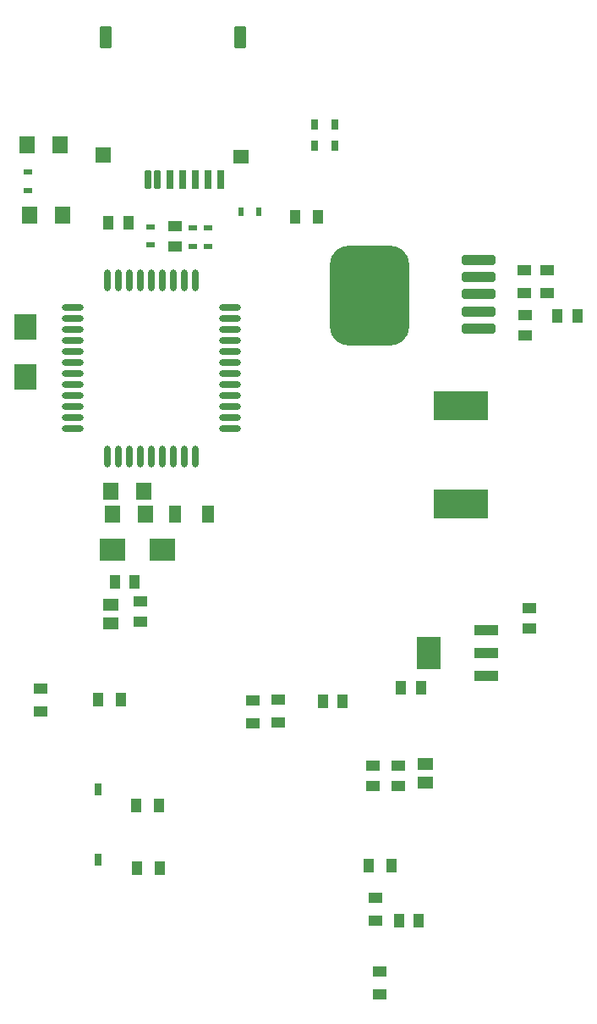
<source format=gtp>
G04*
G04 #@! TF.GenerationSoftware,Altium Limited,Altium Designer,20.1.12 (249)*
G04*
G04 Layer_Color=8421504*
%FSTAX24Y24*%
%MOIN*%
G70*
G04*
G04 #@! TF.SameCoordinates,89921D2C-3172-4036-8A71-56443DCFD009*
G04*
G04*
G04 #@! TF.FilePolarity,Positive*
G04*
G01*
G75*
%ADD22R,0.0236X0.0354*%
G04:AMPARAMS|DCode=23|XSize=23.6mil|YSize=70.9mil|CornerRadius=1.2mil|HoleSize=0mil|Usage=FLASHONLY|Rotation=180.000|XOffset=0mil|YOffset=0mil|HoleType=Round|Shape=RoundedRectangle|*
%AMROUNDEDRECTD23*
21,1,0.0236,0.0685,0,0,180.0*
21,1,0.0213,0.0709,0,0,180.0*
1,1,0.0024,-0.0106,0.0343*
1,1,0.0024,0.0106,0.0343*
1,1,0.0024,0.0106,-0.0343*
1,1,0.0024,-0.0106,-0.0343*
%
%ADD23ROUNDEDRECTD23*%
G04:AMPARAMS|DCode=24|XSize=27.6mil|YSize=70.9mil|CornerRadius=1.4mil|HoleSize=0mil|Usage=FLASHONLY|Rotation=180.000|XOffset=0mil|YOffset=0mil|HoleType=Round|Shape=RoundedRectangle|*
%AMROUNDEDRECTD24*
21,1,0.0276,0.0681,0,0,180.0*
21,1,0.0248,0.0709,0,0,180.0*
1,1,0.0028,-0.0124,0.0341*
1,1,0.0028,0.0124,0.0341*
1,1,0.0028,0.0124,-0.0341*
1,1,0.0028,-0.0124,-0.0341*
%
%ADD24ROUNDEDRECTD24*%
G04:AMPARAMS|DCode=25|XSize=63mil|YSize=59.1mil|CornerRadius=3mil|HoleSize=0mil|Usage=FLASHONLY|Rotation=180.000|XOffset=0mil|YOffset=0mil|HoleType=Round|Shape=RoundedRectangle|*
%AMROUNDEDRECTD25*
21,1,0.0630,0.0531,0,0,180.0*
21,1,0.0571,0.0591,0,0,180.0*
1,1,0.0059,-0.0285,0.0266*
1,1,0.0059,0.0285,0.0266*
1,1,0.0059,0.0285,-0.0266*
1,1,0.0059,-0.0285,-0.0266*
%
%ADD25ROUNDEDRECTD25*%
G04:AMPARAMS|DCode=26|XSize=47.2mil|YSize=86.6mil|CornerRadius=2.4mil|HoleSize=0mil|Usage=FLASHONLY|Rotation=180.000|XOffset=0mil|YOffset=0mil|HoleType=Round|Shape=RoundedRectangle|*
%AMROUNDEDRECTD26*
21,1,0.0472,0.0819,0,0,180.0*
21,1,0.0425,0.0866,0,0,180.0*
1,1,0.0047,-0.0213,0.0409*
1,1,0.0047,0.0213,0.0409*
1,1,0.0047,0.0213,-0.0409*
1,1,0.0047,-0.0213,-0.0409*
%
%ADD26ROUNDEDRECTD26*%
G04:AMPARAMS|DCode=27|XSize=59.1mil|YSize=55.1mil|CornerRadius=2.8mil|HoleSize=0mil|Usage=FLASHONLY|Rotation=180.000|XOffset=0mil|YOffset=0mil|HoleType=Round|Shape=RoundedRectangle|*
%AMROUNDEDRECTD27*
21,1,0.0591,0.0496,0,0,180.0*
21,1,0.0535,0.0551,0,0,180.0*
1,1,0.0055,-0.0268,0.0248*
1,1,0.0055,0.0268,0.0248*
1,1,0.0055,0.0268,-0.0248*
1,1,0.0055,-0.0268,-0.0248*
%
%ADD27ROUNDEDRECTD27*%
%ADD28R,0.0315X0.0433*%
G04:AMPARAMS|DCode=29|XSize=393.7mil|YSize=315mil|CornerRadius=78.7mil|HoleSize=0mil|Usage=FLASHONLY|Rotation=90.000|XOffset=0mil|YOffset=0mil|HoleType=Round|Shape=RoundedRectangle|*
%AMROUNDEDRECTD29*
21,1,0.3937,0.1575,0,0,90.0*
21,1,0.2362,0.3150,0,0,90.0*
1,1,0.1575,0.0787,0.1181*
1,1,0.1575,0.0787,-0.1181*
1,1,0.1575,-0.0787,-0.1181*
1,1,0.1575,-0.0787,0.1181*
%
%ADD29ROUNDEDRECTD29*%
G04:AMPARAMS|DCode=30|XSize=39.4mil|YSize=133.9mil|CornerRadius=9.8mil|HoleSize=0mil|Usage=FLASHONLY|Rotation=90.000|XOffset=0mil|YOffset=0mil|HoleType=Round|Shape=RoundedRectangle|*
%AMROUNDEDRECTD30*
21,1,0.0394,0.1142,0,0,90.0*
21,1,0.0197,0.1339,0,0,90.0*
1,1,0.0197,0.0571,0.0098*
1,1,0.0197,0.0571,-0.0098*
1,1,0.0197,-0.0571,-0.0098*
1,1,0.0197,-0.0571,0.0098*
%
%ADD30ROUNDEDRECTD30*%
%ADD31R,0.0500X0.0650*%
%ADD32R,0.0550X0.0433*%
%ADD33R,0.0433X0.0550*%
%ADD34R,0.1024X0.0866*%
%ADD35R,0.0945X0.1299*%
%ADD36R,0.0945X0.0394*%
%ADD37R,0.0550X0.0394*%
%ADD38O,0.0866X0.0236*%
%ADD39R,0.0354X0.0236*%
%ADD40R,0.0866X0.1024*%
%ADD41R,0.0394X0.0550*%
%ADD42R,0.0600X0.0650*%
%ADD43R,0.0591X0.0512*%
%ADD44R,0.0315X0.0472*%
%ADD45O,0.0236X0.0866*%
%ADD46R,0.2126X0.1181*%
D22*
X02135Y0396D02*
D03*
X020635Y0396D02*
D03*
D23*
X017341Y040892D02*
D03*
X016967D02*
D03*
D24*
X019841D02*
D03*
X019341D02*
D03*
X017841D02*
D03*
X018841D02*
D03*
X018341D02*
D03*
D25*
X015191Y041842D02*
D03*
D26*
X015291Y046492D02*
D03*
X020591D02*
D03*
D27*
X020641Y041792D02*
D03*
D28*
X02435Y0422D02*
D03*
X02355D02*
D03*
X02435Y043033D02*
D03*
X02355D02*
D03*
D29*
X0257Y036312D02*
D03*
D30*
X03Y035024D02*
D03*
Y035693D02*
D03*
Y037032D02*
D03*
Y036362D02*
D03*
Y037701D02*
D03*
D31*
X01805Y0277D02*
D03*
X01935Y0277D02*
D03*
D32*
X016667Y023475D02*
D03*
Y024262D02*
D03*
X032Y024D02*
D03*
Y023213D02*
D03*
X01805Y039037D02*
D03*
Y03825D02*
D03*
X02685Y017794D02*
D03*
Y017006D02*
D03*
X02585Y017006D02*
D03*
Y017794D02*
D03*
X03185Y035544D02*
D03*
Y034756D02*
D03*
D33*
X015663Y02505D02*
D03*
X01645D02*
D03*
X026931Y020888D02*
D03*
X027719D02*
D03*
X016196Y039192D02*
D03*
X015408D02*
D03*
X023856Y020354D02*
D03*
X024644D02*
D03*
X027644Y0117D02*
D03*
X026856D02*
D03*
X033106Y0355D02*
D03*
X033894D02*
D03*
D34*
X017552Y0263D02*
D03*
X015583D02*
D03*
D35*
X02802Y022242D02*
D03*
D36*
X030303Y023147D02*
D03*
X030303Y022242D02*
D03*
X030303Y021336D02*
D03*
D37*
X0211Y020384D02*
D03*
X0211Y019484D02*
D03*
X022116Y020394D02*
D03*
Y019494D02*
D03*
X02595Y0126D02*
D03*
Y0117D02*
D03*
X0261Y0097D02*
D03*
X0261Y0088D02*
D03*
X01275Y01995D02*
D03*
Y02085D02*
D03*
X0318Y0364D02*
D03*
Y0373D02*
D03*
X0327Y0373D02*
D03*
Y0364D02*
D03*
D38*
X020191Y031068D02*
D03*
Y031501D02*
D03*
Y033667D02*
D03*
Y0341D02*
D03*
Y034533D02*
D03*
Y034966D02*
D03*
Y035399D02*
D03*
Y035832D02*
D03*
Y033233D02*
D03*
Y0328D02*
D03*
Y032367D02*
D03*
Y031934D02*
D03*
X014009Y031068D02*
D03*
Y031501D02*
D03*
Y031934D02*
D03*
Y032367D02*
D03*
Y0328D02*
D03*
Y033233D02*
D03*
Y035832D02*
D03*
Y035399D02*
D03*
Y034966D02*
D03*
Y034533D02*
D03*
Y0341D02*
D03*
Y033667D02*
D03*
D39*
X01223Y040446D02*
D03*
X01223Y041161D02*
D03*
X01875Y03825D02*
D03*
X01875Y038965D02*
D03*
X01935Y03825D02*
D03*
X01935Y038965D02*
D03*
X017083Y0383D02*
D03*
X017083Y039015D02*
D03*
D40*
X012129Y033115D02*
D03*
Y035084D02*
D03*
D41*
X022766Y039416D02*
D03*
X023666D02*
D03*
X025678Y01387D02*
D03*
X026578Y01387D02*
D03*
X0174Y01625D02*
D03*
X0165D02*
D03*
X015Y0204D02*
D03*
X0159Y0204D02*
D03*
X01745Y01379D02*
D03*
X01655D02*
D03*
D42*
X01221Y04225D02*
D03*
X01351D02*
D03*
X01231Y03948D02*
D03*
X01361D02*
D03*
X01556Y0277D02*
D03*
X01686D02*
D03*
X01551Y0286D02*
D03*
X01681D02*
D03*
D43*
X0279Y017876D02*
D03*
Y017128D02*
D03*
X0155Y024152D02*
D03*
Y023404D02*
D03*
D44*
X015Y014122D02*
D03*
Y016878D02*
D03*
D45*
X016667Y036915D02*
D03*
X016234Y036915D02*
D03*
X015801Y036915D02*
D03*
X015368D02*
D03*
X0171Y036915D02*
D03*
X017533Y036915D02*
D03*
X017966Y036915D02*
D03*
X018399Y036915D02*
D03*
X018832D02*
D03*
Y029985D02*
D03*
X018399D02*
D03*
X017966Y029985D02*
D03*
X017533Y029985D02*
D03*
X0171Y029985D02*
D03*
X015368Y029985D02*
D03*
X015801D02*
D03*
X016234Y029985D02*
D03*
X016667Y029985D02*
D03*
D46*
X0293Y031979D02*
D03*
Y028121D02*
D03*
M02*

</source>
